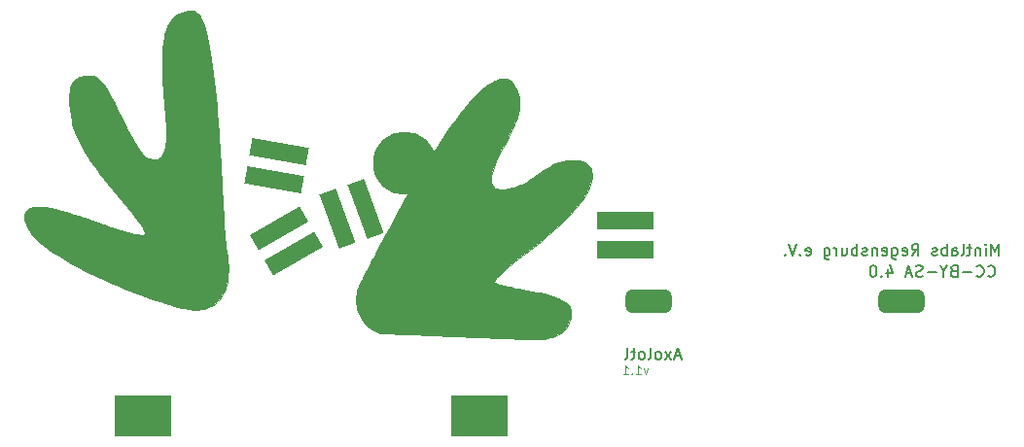
<source format=gbr>
%TF.GenerationSoftware,KiCad,Pcbnew,7.0.1*%
%TF.CreationDate,2023-04-19T20:31:54+02:00*%
%TF.ProjectId,axolotl,61786f6c-6f74-46c2-9e6b-696361645f70,rev?*%
%TF.SameCoordinates,Original*%
%TF.FileFunction,Soldermask,Bot*%
%TF.FilePolarity,Negative*%
%FSLAX46Y46*%
G04 Gerber Fmt 4.6, Leading zero omitted, Abs format (unit mm)*
G04 Created by KiCad (PCBNEW 7.0.1) date 2023-04-19 20:31:54*
%MOMM*%
%LPD*%
G01*
G04 APERTURE LIST*
G04 Aperture macros list*
%AMRoundRect*
0 Rectangle with rounded corners*
0 $1 Rounding radius*
0 $2 $3 $4 $5 $6 $7 $8 $9 X,Y pos of 4 corners*
0 Add a 4 corners polygon primitive as box body*
4,1,4,$2,$3,$4,$5,$6,$7,$8,$9,$2,$3,0*
0 Add four circle primitives for the rounded corners*
1,1,$1+$1,$2,$3*
1,1,$1+$1,$4,$5*
1,1,$1+$1,$6,$7*
1,1,$1+$1,$8,$9*
0 Add four rect primitives between the rounded corners*
20,1,$1+$1,$2,$3,$4,$5,0*
20,1,$1+$1,$4,$5,$6,$7,0*
20,1,$1+$1,$6,$7,$8,$9,0*
20,1,$1+$1,$8,$9,$2,$3,0*%
%AMRotRect*
0 Rectangle, with rotation*
0 The origin of the aperture is its center*
0 $1 length*
0 $2 width*
0 $3 Rotation angle, in degrees counterclockwise*
0 Add horizontal line*
21,1,$1,$2,0,0,$3*%
G04 Aperture macros list end*
%ADD10C,0.150000*%
%ADD11C,0.125000*%
%ADD12C,0.010000*%
%ADD13R,5.000000X3.600000*%
%ADD14RoundRect,0.500000X1.500000X0.500000X-1.500000X0.500000X-1.500000X-0.500000X1.500000X-0.500000X0*%
%ADD15C,5.500000*%
%ADD16RotRect,1.524000X5.000000X80.000000*%
%ADD17RotRect,1.524000X5.000000X20.000000*%
%ADD18RotRect,1.524000X5.000000X300.000000*%
%ADD19R,5.000000X1.524000*%
G04 APERTURE END LIST*
D10*
X160023333Y-60397380D02*
X160070952Y-60445000D01*
X160070952Y-60445000D02*
X160213809Y-60492619D01*
X160213809Y-60492619D02*
X160309047Y-60492619D01*
X160309047Y-60492619D02*
X160451904Y-60445000D01*
X160451904Y-60445000D02*
X160547142Y-60349761D01*
X160547142Y-60349761D02*
X160594761Y-60254523D01*
X160594761Y-60254523D02*
X160642380Y-60064047D01*
X160642380Y-60064047D02*
X160642380Y-59921190D01*
X160642380Y-59921190D02*
X160594761Y-59730714D01*
X160594761Y-59730714D02*
X160547142Y-59635476D01*
X160547142Y-59635476D02*
X160451904Y-59540238D01*
X160451904Y-59540238D02*
X160309047Y-59492619D01*
X160309047Y-59492619D02*
X160213809Y-59492619D01*
X160213809Y-59492619D02*
X160070952Y-59540238D01*
X160070952Y-59540238D02*
X160023333Y-59587857D01*
X159023333Y-60397380D02*
X159070952Y-60445000D01*
X159070952Y-60445000D02*
X159213809Y-60492619D01*
X159213809Y-60492619D02*
X159309047Y-60492619D01*
X159309047Y-60492619D02*
X159451904Y-60445000D01*
X159451904Y-60445000D02*
X159547142Y-60349761D01*
X159547142Y-60349761D02*
X159594761Y-60254523D01*
X159594761Y-60254523D02*
X159642380Y-60064047D01*
X159642380Y-60064047D02*
X159642380Y-59921190D01*
X159642380Y-59921190D02*
X159594761Y-59730714D01*
X159594761Y-59730714D02*
X159547142Y-59635476D01*
X159547142Y-59635476D02*
X159451904Y-59540238D01*
X159451904Y-59540238D02*
X159309047Y-59492619D01*
X159309047Y-59492619D02*
X159213809Y-59492619D01*
X159213809Y-59492619D02*
X159070952Y-59540238D01*
X159070952Y-59540238D02*
X159023333Y-59587857D01*
X158594761Y-60111666D02*
X157832857Y-60111666D01*
X157023333Y-59968809D02*
X156880476Y-60016428D01*
X156880476Y-60016428D02*
X156832857Y-60064047D01*
X156832857Y-60064047D02*
X156785238Y-60159285D01*
X156785238Y-60159285D02*
X156785238Y-60302142D01*
X156785238Y-60302142D02*
X156832857Y-60397380D01*
X156832857Y-60397380D02*
X156880476Y-60445000D01*
X156880476Y-60445000D02*
X156975714Y-60492619D01*
X156975714Y-60492619D02*
X157356666Y-60492619D01*
X157356666Y-60492619D02*
X157356666Y-59492619D01*
X157356666Y-59492619D02*
X157023333Y-59492619D01*
X157023333Y-59492619D02*
X156928095Y-59540238D01*
X156928095Y-59540238D02*
X156880476Y-59587857D01*
X156880476Y-59587857D02*
X156832857Y-59683095D01*
X156832857Y-59683095D02*
X156832857Y-59778333D01*
X156832857Y-59778333D02*
X156880476Y-59873571D01*
X156880476Y-59873571D02*
X156928095Y-59921190D01*
X156928095Y-59921190D02*
X157023333Y-59968809D01*
X157023333Y-59968809D02*
X157356666Y-59968809D01*
X156166190Y-60016428D02*
X156166190Y-60492619D01*
X156499523Y-59492619D02*
X156166190Y-60016428D01*
X156166190Y-60016428D02*
X155832857Y-59492619D01*
X155499523Y-60111666D02*
X154737619Y-60111666D01*
X154309047Y-60445000D02*
X154166190Y-60492619D01*
X154166190Y-60492619D02*
X153928095Y-60492619D01*
X153928095Y-60492619D02*
X153832857Y-60445000D01*
X153832857Y-60445000D02*
X153785238Y-60397380D01*
X153785238Y-60397380D02*
X153737619Y-60302142D01*
X153737619Y-60302142D02*
X153737619Y-60206904D01*
X153737619Y-60206904D02*
X153785238Y-60111666D01*
X153785238Y-60111666D02*
X153832857Y-60064047D01*
X153832857Y-60064047D02*
X153928095Y-60016428D01*
X153928095Y-60016428D02*
X154118571Y-59968809D01*
X154118571Y-59968809D02*
X154213809Y-59921190D01*
X154213809Y-59921190D02*
X154261428Y-59873571D01*
X154261428Y-59873571D02*
X154309047Y-59778333D01*
X154309047Y-59778333D02*
X154309047Y-59683095D01*
X154309047Y-59683095D02*
X154261428Y-59587857D01*
X154261428Y-59587857D02*
X154213809Y-59540238D01*
X154213809Y-59540238D02*
X154118571Y-59492619D01*
X154118571Y-59492619D02*
X153880476Y-59492619D01*
X153880476Y-59492619D02*
X153737619Y-59540238D01*
X153356666Y-60206904D02*
X152880476Y-60206904D01*
X153451904Y-60492619D02*
X153118571Y-59492619D01*
X153118571Y-59492619D02*
X152785238Y-60492619D01*
X151261428Y-59825952D02*
X151261428Y-60492619D01*
X151499523Y-59445000D02*
X151737618Y-60159285D01*
X151737618Y-60159285D02*
X151118571Y-60159285D01*
X150737618Y-60397380D02*
X150689999Y-60445000D01*
X150689999Y-60445000D02*
X150737618Y-60492619D01*
X150737618Y-60492619D02*
X150785237Y-60445000D01*
X150785237Y-60445000D02*
X150737618Y-60397380D01*
X150737618Y-60397380D02*
X150737618Y-60492619D01*
X150070952Y-59492619D02*
X149975714Y-59492619D01*
X149975714Y-59492619D02*
X149880476Y-59540238D01*
X149880476Y-59540238D02*
X149832857Y-59587857D01*
X149832857Y-59587857D02*
X149785238Y-59683095D01*
X149785238Y-59683095D02*
X149737619Y-59873571D01*
X149737619Y-59873571D02*
X149737619Y-60111666D01*
X149737619Y-60111666D02*
X149785238Y-60302142D01*
X149785238Y-60302142D02*
X149832857Y-60397380D01*
X149832857Y-60397380D02*
X149880476Y-60445000D01*
X149880476Y-60445000D02*
X149975714Y-60492619D01*
X149975714Y-60492619D02*
X150070952Y-60492619D01*
X150070952Y-60492619D02*
X150166190Y-60445000D01*
X150166190Y-60445000D02*
X150213809Y-60397380D01*
X150213809Y-60397380D02*
X150261428Y-60302142D01*
X150261428Y-60302142D02*
X150309047Y-60111666D01*
X150309047Y-60111666D02*
X150309047Y-59873571D01*
X150309047Y-59873571D02*
X150261428Y-59683095D01*
X150261428Y-59683095D02*
X150213809Y-59587857D01*
X150213809Y-59587857D02*
X150166190Y-59540238D01*
X150166190Y-59540238D02*
X150070952Y-59492619D01*
X133232143Y-67401904D02*
X132755953Y-67401904D01*
X133327381Y-67687619D02*
X132994048Y-66687619D01*
X132994048Y-66687619D02*
X132660715Y-67687619D01*
X132422619Y-67687619D02*
X131898810Y-67020952D01*
X132422619Y-67020952D02*
X131898810Y-67687619D01*
X131375000Y-67687619D02*
X131470238Y-67640000D01*
X131470238Y-67640000D02*
X131517857Y-67592380D01*
X131517857Y-67592380D02*
X131565476Y-67497142D01*
X131565476Y-67497142D02*
X131565476Y-67211428D01*
X131565476Y-67211428D02*
X131517857Y-67116190D01*
X131517857Y-67116190D02*
X131470238Y-67068571D01*
X131470238Y-67068571D02*
X131375000Y-67020952D01*
X131375000Y-67020952D02*
X131232143Y-67020952D01*
X131232143Y-67020952D02*
X131136905Y-67068571D01*
X131136905Y-67068571D02*
X131089286Y-67116190D01*
X131089286Y-67116190D02*
X131041667Y-67211428D01*
X131041667Y-67211428D02*
X131041667Y-67497142D01*
X131041667Y-67497142D02*
X131089286Y-67592380D01*
X131089286Y-67592380D02*
X131136905Y-67640000D01*
X131136905Y-67640000D02*
X131232143Y-67687619D01*
X131232143Y-67687619D02*
X131375000Y-67687619D01*
X130470238Y-67687619D02*
X130565476Y-67640000D01*
X130565476Y-67640000D02*
X130613095Y-67544761D01*
X130613095Y-67544761D02*
X130613095Y-66687619D01*
X129946428Y-67687619D02*
X130041666Y-67640000D01*
X130041666Y-67640000D02*
X130089285Y-67592380D01*
X130089285Y-67592380D02*
X130136904Y-67497142D01*
X130136904Y-67497142D02*
X130136904Y-67211428D01*
X130136904Y-67211428D02*
X130089285Y-67116190D01*
X130089285Y-67116190D02*
X130041666Y-67068571D01*
X130041666Y-67068571D02*
X129946428Y-67020952D01*
X129946428Y-67020952D02*
X129803571Y-67020952D01*
X129803571Y-67020952D02*
X129708333Y-67068571D01*
X129708333Y-67068571D02*
X129660714Y-67116190D01*
X129660714Y-67116190D02*
X129613095Y-67211428D01*
X129613095Y-67211428D02*
X129613095Y-67497142D01*
X129613095Y-67497142D02*
X129660714Y-67592380D01*
X129660714Y-67592380D02*
X129708333Y-67640000D01*
X129708333Y-67640000D02*
X129803571Y-67687619D01*
X129803571Y-67687619D02*
X129946428Y-67687619D01*
X129327380Y-67020952D02*
X128946428Y-67020952D01*
X129184523Y-66687619D02*
X129184523Y-67544761D01*
X129184523Y-67544761D02*
X129136904Y-67640000D01*
X129136904Y-67640000D02*
X129041666Y-67687619D01*
X129041666Y-67687619D02*
X128946428Y-67687619D01*
X128470237Y-67687619D02*
X128565475Y-67640000D01*
X128565475Y-67640000D02*
X128613094Y-67544761D01*
X128613094Y-67544761D02*
X128613094Y-66687619D01*
X160959524Y-58637619D02*
X160959524Y-57637619D01*
X160959524Y-57637619D02*
X160626191Y-58351904D01*
X160626191Y-58351904D02*
X160292858Y-57637619D01*
X160292858Y-57637619D02*
X160292858Y-58637619D01*
X159816667Y-58637619D02*
X159816667Y-57970952D01*
X159816667Y-57637619D02*
X159864286Y-57685238D01*
X159864286Y-57685238D02*
X159816667Y-57732857D01*
X159816667Y-57732857D02*
X159769048Y-57685238D01*
X159769048Y-57685238D02*
X159816667Y-57637619D01*
X159816667Y-57637619D02*
X159816667Y-57732857D01*
X159340477Y-57970952D02*
X159340477Y-58637619D01*
X159340477Y-58066190D02*
X159292858Y-58018571D01*
X159292858Y-58018571D02*
X159197620Y-57970952D01*
X159197620Y-57970952D02*
X159054763Y-57970952D01*
X159054763Y-57970952D02*
X158959525Y-58018571D01*
X158959525Y-58018571D02*
X158911906Y-58113809D01*
X158911906Y-58113809D02*
X158911906Y-58637619D01*
X158578572Y-57970952D02*
X158197620Y-57970952D01*
X158435715Y-57637619D02*
X158435715Y-58494761D01*
X158435715Y-58494761D02*
X158388096Y-58590000D01*
X158388096Y-58590000D02*
X158292858Y-58637619D01*
X158292858Y-58637619D02*
X158197620Y-58637619D01*
X157721429Y-58637619D02*
X157816667Y-58590000D01*
X157816667Y-58590000D02*
X157864286Y-58494761D01*
X157864286Y-58494761D02*
X157864286Y-57637619D01*
X156911905Y-58637619D02*
X156911905Y-58113809D01*
X156911905Y-58113809D02*
X156959524Y-58018571D01*
X156959524Y-58018571D02*
X157054762Y-57970952D01*
X157054762Y-57970952D02*
X157245238Y-57970952D01*
X157245238Y-57970952D02*
X157340476Y-58018571D01*
X156911905Y-58590000D02*
X157007143Y-58637619D01*
X157007143Y-58637619D02*
X157245238Y-58637619D01*
X157245238Y-58637619D02*
X157340476Y-58590000D01*
X157340476Y-58590000D02*
X157388095Y-58494761D01*
X157388095Y-58494761D02*
X157388095Y-58399523D01*
X157388095Y-58399523D02*
X157340476Y-58304285D01*
X157340476Y-58304285D02*
X157245238Y-58256666D01*
X157245238Y-58256666D02*
X157007143Y-58256666D01*
X157007143Y-58256666D02*
X156911905Y-58209047D01*
X156435714Y-58637619D02*
X156435714Y-57637619D01*
X156435714Y-58018571D02*
X156340476Y-57970952D01*
X156340476Y-57970952D02*
X156150000Y-57970952D01*
X156150000Y-57970952D02*
X156054762Y-58018571D01*
X156054762Y-58018571D02*
X156007143Y-58066190D01*
X156007143Y-58066190D02*
X155959524Y-58161428D01*
X155959524Y-58161428D02*
X155959524Y-58447142D01*
X155959524Y-58447142D02*
X156007143Y-58542380D01*
X156007143Y-58542380D02*
X156054762Y-58590000D01*
X156054762Y-58590000D02*
X156150000Y-58637619D01*
X156150000Y-58637619D02*
X156340476Y-58637619D01*
X156340476Y-58637619D02*
X156435714Y-58590000D01*
X155578571Y-58590000D02*
X155483333Y-58637619D01*
X155483333Y-58637619D02*
X155292857Y-58637619D01*
X155292857Y-58637619D02*
X155197619Y-58590000D01*
X155197619Y-58590000D02*
X155150000Y-58494761D01*
X155150000Y-58494761D02*
X155150000Y-58447142D01*
X155150000Y-58447142D02*
X155197619Y-58351904D01*
X155197619Y-58351904D02*
X155292857Y-58304285D01*
X155292857Y-58304285D02*
X155435714Y-58304285D01*
X155435714Y-58304285D02*
X155530952Y-58256666D01*
X155530952Y-58256666D02*
X155578571Y-58161428D01*
X155578571Y-58161428D02*
X155578571Y-58113809D01*
X155578571Y-58113809D02*
X155530952Y-58018571D01*
X155530952Y-58018571D02*
X155435714Y-57970952D01*
X155435714Y-57970952D02*
X155292857Y-57970952D01*
X155292857Y-57970952D02*
X155197619Y-58018571D01*
X153388095Y-58637619D02*
X153721428Y-58161428D01*
X153959523Y-58637619D02*
X153959523Y-57637619D01*
X153959523Y-57637619D02*
X153578571Y-57637619D01*
X153578571Y-57637619D02*
X153483333Y-57685238D01*
X153483333Y-57685238D02*
X153435714Y-57732857D01*
X153435714Y-57732857D02*
X153388095Y-57828095D01*
X153388095Y-57828095D02*
X153388095Y-57970952D01*
X153388095Y-57970952D02*
X153435714Y-58066190D01*
X153435714Y-58066190D02*
X153483333Y-58113809D01*
X153483333Y-58113809D02*
X153578571Y-58161428D01*
X153578571Y-58161428D02*
X153959523Y-58161428D01*
X152578571Y-58590000D02*
X152673809Y-58637619D01*
X152673809Y-58637619D02*
X152864285Y-58637619D01*
X152864285Y-58637619D02*
X152959523Y-58590000D01*
X152959523Y-58590000D02*
X153007142Y-58494761D01*
X153007142Y-58494761D02*
X153007142Y-58113809D01*
X153007142Y-58113809D02*
X152959523Y-58018571D01*
X152959523Y-58018571D02*
X152864285Y-57970952D01*
X152864285Y-57970952D02*
X152673809Y-57970952D01*
X152673809Y-57970952D02*
X152578571Y-58018571D01*
X152578571Y-58018571D02*
X152530952Y-58113809D01*
X152530952Y-58113809D02*
X152530952Y-58209047D01*
X152530952Y-58209047D02*
X153007142Y-58304285D01*
X151673809Y-57970952D02*
X151673809Y-58780476D01*
X151673809Y-58780476D02*
X151721428Y-58875714D01*
X151721428Y-58875714D02*
X151769047Y-58923333D01*
X151769047Y-58923333D02*
X151864285Y-58970952D01*
X151864285Y-58970952D02*
X152007142Y-58970952D01*
X152007142Y-58970952D02*
X152102380Y-58923333D01*
X151673809Y-58590000D02*
X151769047Y-58637619D01*
X151769047Y-58637619D02*
X151959523Y-58637619D01*
X151959523Y-58637619D02*
X152054761Y-58590000D01*
X152054761Y-58590000D02*
X152102380Y-58542380D01*
X152102380Y-58542380D02*
X152149999Y-58447142D01*
X152149999Y-58447142D02*
X152149999Y-58161428D01*
X152149999Y-58161428D02*
X152102380Y-58066190D01*
X152102380Y-58066190D02*
X152054761Y-58018571D01*
X152054761Y-58018571D02*
X151959523Y-57970952D01*
X151959523Y-57970952D02*
X151769047Y-57970952D01*
X151769047Y-57970952D02*
X151673809Y-58018571D01*
X150816666Y-58590000D02*
X150911904Y-58637619D01*
X150911904Y-58637619D02*
X151102380Y-58637619D01*
X151102380Y-58637619D02*
X151197618Y-58590000D01*
X151197618Y-58590000D02*
X151245237Y-58494761D01*
X151245237Y-58494761D02*
X151245237Y-58113809D01*
X151245237Y-58113809D02*
X151197618Y-58018571D01*
X151197618Y-58018571D02*
X151102380Y-57970952D01*
X151102380Y-57970952D02*
X150911904Y-57970952D01*
X150911904Y-57970952D02*
X150816666Y-58018571D01*
X150816666Y-58018571D02*
X150769047Y-58113809D01*
X150769047Y-58113809D02*
X150769047Y-58209047D01*
X150769047Y-58209047D02*
X151245237Y-58304285D01*
X150340475Y-57970952D02*
X150340475Y-58637619D01*
X150340475Y-58066190D02*
X150292856Y-58018571D01*
X150292856Y-58018571D02*
X150197618Y-57970952D01*
X150197618Y-57970952D02*
X150054761Y-57970952D01*
X150054761Y-57970952D02*
X149959523Y-58018571D01*
X149959523Y-58018571D02*
X149911904Y-58113809D01*
X149911904Y-58113809D02*
X149911904Y-58637619D01*
X149483332Y-58590000D02*
X149388094Y-58637619D01*
X149388094Y-58637619D02*
X149197618Y-58637619D01*
X149197618Y-58637619D02*
X149102380Y-58590000D01*
X149102380Y-58590000D02*
X149054761Y-58494761D01*
X149054761Y-58494761D02*
X149054761Y-58447142D01*
X149054761Y-58447142D02*
X149102380Y-58351904D01*
X149102380Y-58351904D02*
X149197618Y-58304285D01*
X149197618Y-58304285D02*
X149340475Y-58304285D01*
X149340475Y-58304285D02*
X149435713Y-58256666D01*
X149435713Y-58256666D02*
X149483332Y-58161428D01*
X149483332Y-58161428D02*
X149483332Y-58113809D01*
X149483332Y-58113809D02*
X149435713Y-58018571D01*
X149435713Y-58018571D02*
X149340475Y-57970952D01*
X149340475Y-57970952D02*
X149197618Y-57970952D01*
X149197618Y-57970952D02*
X149102380Y-58018571D01*
X148626189Y-58637619D02*
X148626189Y-57637619D01*
X148626189Y-58018571D02*
X148530951Y-57970952D01*
X148530951Y-57970952D02*
X148340475Y-57970952D01*
X148340475Y-57970952D02*
X148245237Y-58018571D01*
X148245237Y-58018571D02*
X148197618Y-58066190D01*
X148197618Y-58066190D02*
X148149999Y-58161428D01*
X148149999Y-58161428D02*
X148149999Y-58447142D01*
X148149999Y-58447142D02*
X148197618Y-58542380D01*
X148197618Y-58542380D02*
X148245237Y-58590000D01*
X148245237Y-58590000D02*
X148340475Y-58637619D01*
X148340475Y-58637619D02*
X148530951Y-58637619D01*
X148530951Y-58637619D02*
X148626189Y-58590000D01*
X147292856Y-57970952D02*
X147292856Y-58637619D01*
X147721427Y-57970952D02*
X147721427Y-58494761D01*
X147721427Y-58494761D02*
X147673808Y-58590000D01*
X147673808Y-58590000D02*
X147578570Y-58637619D01*
X147578570Y-58637619D02*
X147435713Y-58637619D01*
X147435713Y-58637619D02*
X147340475Y-58590000D01*
X147340475Y-58590000D02*
X147292856Y-58542380D01*
X146816665Y-58637619D02*
X146816665Y-57970952D01*
X146816665Y-58161428D02*
X146769046Y-58066190D01*
X146769046Y-58066190D02*
X146721427Y-58018571D01*
X146721427Y-58018571D02*
X146626189Y-57970952D01*
X146626189Y-57970952D02*
X146530951Y-57970952D01*
X145769046Y-57970952D02*
X145769046Y-58780476D01*
X145769046Y-58780476D02*
X145816665Y-58875714D01*
X145816665Y-58875714D02*
X145864284Y-58923333D01*
X145864284Y-58923333D02*
X145959522Y-58970952D01*
X145959522Y-58970952D02*
X146102379Y-58970952D01*
X146102379Y-58970952D02*
X146197617Y-58923333D01*
X145769046Y-58590000D02*
X145864284Y-58637619D01*
X145864284Y-58637619D02*
X146054760Y-58637619D01*
X146054760Y-58637619D02*
X146149998Y-58590000D01*
X146149998Y-58590000D02*
X146197617Y-58542380D01*
X146197617Y-58542380D02*
X146245236Y-58447142D01*
X146245236Y-58447142D02*
X146245236Y-58161428D01*
X146245236Y-58161428D02*
X146197617Y-58066190D01*
X146197617Y-58066190D02*
X146149998Y-58018571D01*
X146149998Y-58018571D02*
X146054760Y-57970952D01*
X146054760Y-57970952D02*
X145864284Y-57970952D01*
X145864284Y-57970952D02*
X145769046Y-58018571D01*
X144149998Y-58590000D02*
X144245236Y-58637619D01*
X144245236Y-58637619D02*
X144435712Y-58637619D01*
X144435712Y-58637619D02*
X144530950Y-58590000D01*
X144530950Y-58590000D02*
X144578569Y-58494761D01*
X144578569Y-58494761D02*
X144578569Y-58113809D01*
X144578569Y-58113809D02*
X144530950Y-58018571D01*
X144530950Y-58018571D02*
X144435712Y-57970952D01*
X144435712Y-57970952D02*
X144245236Y-57970952D01*
X144245236Y-57970952D02*
X144149998Y-58018571D01*
X144149998Y-58018571D02*
X144102379Y-58113809D01*
X144102379Y-58113809D02*
X144102379Y-58209047D01*
X144102379Y-58209047D02*
X144578569Y-58304285D01*
X143673807Y-58542380D02*
X143626188Y-58590000D01*
X143626188Y-58590000D02*
X143673807Y-58637619D01*
X143673807Y-58637619D02*
X143721426Y-58590000D01*
X143721426Y-58590000D02*
X143673807Y-58542380D01*
X143673807Y-58542380D02*
X143673807Y-58637619D01*
X143340474Y-57637619D02*
X143007141Y-58637619D01*
X143007141Y-58637619D02*
X142673808Y-57637619D01*
X142340474Y-58542380D02*
X142292855Y-58590000D01*
X142292855Y-58590000D02*
X142340474Y-58637619D01*
X142340474Y-58637619D02*
X142388093Y-58590000D01*
X142388093Y-58590000D02*
X142340474Y-58542380D01*
X142340474Y-58542380D02*
X142340474Y-58637619D01*
D11*
X130371429Y-68496964D02*
X130192857Y-68996964D01*
X130192857Y-68996964D02*
X130014286Y-68496964D01*
X129335714Y-68996964D02*
X129764285Y-68996964D01*
X129550000Y-68996964D02*
X129550000Y-68246964D01*
X129550000Y-68246964D02*
X129621428Y-68354107D01*
X129621428Y-68354107D02*
X129692857Y-68425535D01*
X129692857Y-68425535D02*
X129764285Y-68461250D01*
X129014285Y-68925535D02*
X128978571Y-68961250D01*
X128978571Y-68961250D02*
X129014285Y-68996964D01*
X129014285Y-68996964D02*
X129049999Y-68961250D01*
X129049999Y-68961250D02*
X129014285Y-68925535D01*
X129014285Y-68925535D02*
X129014285Y-68996964D01*
X128264285Y-68996964D02*
X128692856Y-68996964D01*
X128478571Y-68996964D02*
X128478571Y-68246964D01*
X128478571Y-68246964D02*
X128549999Y-68354107D01*
X128549999Y-68354107D02*
X128621428Y-68425535D01*
X128621428Y-68425535D02*
X128692856Y-68461250D01*
%TO.C,Ref\u002A\u002A*%
D12*
X117933675Y-43229017D02*
X118020538Y-43231928D01*
X118088597Y-43239220D01*
X118149607Y-43252488D01*
X118215323Y-43273329D01*
X118258838Y-43289005D01*
X118352067Y-43327616D01*
X118430567Y-43372037D01*
X118501296Y-43428725D01*
X118571208Y-43504137D01*
X118647259Y-43604728D01*
X118728655Y-43725105D01*
X118903755Y-44023886D01*
X119040539Y-44329516D01*
X119142951Y-44651383D01*
X119175953Y-44790378D01*
X119189644Y-44864123D01*
X119199702Y-44945402D01*
X119206566Y-45041764D01*
X119210679Y-45160759D01*
X119212481Y-45309936D01*
X119212635Y-45418167D01*
X119211993Y-45575082D01*
X119210052Y-45698819D01*
X119206072Y-45798527D01*
X119199314Y-45883356D01*
X119189038Y-45962457D01*
X119174506Y-46044981D01*
X119154977Y-46140077D01*
X119153886Y-46145186D01*
X119114314Y-46319692D01*
X119070664Y-46489736D01*
X119021508Y-46658505D01*
X118965416Y-46829192D01*
X118900961Y-47004986D01*
X118826714Y-47189077D01*
X118741246Y-47384657D01*
X118643128Y-47594914D01*
X118530932Y-47823039D01*
X118403230Y-48072222D01*
X118258593Y-48345655D01*
X118095591Y-48646526D01*
X117912798Y-48978026D01*
X117773332Y-49228167D01*
X117641295Y-49466236D01*
X117528391Y-49674915D01*
X117431411Y-49860769D01*
X117347147Y-50030364D01*
X117272389Y-50190266D01*
X117203928Y-50347042D01*
X117138556Y-50507258D01*
X117100923Y-50604000D01*
X116990129Y-50908925D01*
X116903214Y-51184168D01*
X116839166Y-51434291D01*
X116796975Y-51663857D01*
X116775629Y-51877427D01*
X116774100Y-52079086D01*
X116781905Y-52218817D01*
X116793966Y-52326071D01*
X116812614Y-52410658D01*
X116840184Y-52482392D01*
X116879008Y-52551085D01*
X116890468Y-52568520D01*
X116993458Y-52686065D01*
X117126236Y-52775988D01*
X117289219Y-52838352D01*
X117482822Y-52873221D01*
X117707461Y-52880657D01*
X117963552Y-52860726D01*
X118251512Y-52813489D01*
X118353865Y-52791862D01*
X118531950Y-52748827D01*
X118722330Y-52696656D01*
X118917740Y-52637843D01*
X119110918Y-52574884D01*
X119294602Y-52510273D01*
X119461527Y-52446504D01*
X119604432Y-52386071D01*
X119716053Y-52331470D01*
X119748739Y-52312779D01*
X119792232Y-52284519D01*
X119865246Y-52234867D01*
X119962965Y-52167191D01*
X120080575Y-52084859D01*
X120213259Y-51991240D01*
X120356202Y-51889702D01*
X120479048Y-51801924D01*
X120734071Y-51620148D01*
X120959091Y-51461865D01*
X121157629Y-51324720D01*
X121333207Y-51206359D01*
X121489347Y-51104425D01*
X121629572Y-51016564D01*
X121757402Y-50940421D01*
X121823746Y-50902658D01*
X122205483Y-50711025D01*
X122592073Y-50560343D01*
X122982203Y-50451031D01*
X123374558Y-50383509D01*
X123488917Y-50371773D01*
X123616755Y-50360277D01*
X123756182Y-50347127D01*
X123886799Y-50334275D01*
X123956019Y-50327140D01*
X124210074Y-50318148D01*
X124451058Y-50344785D01*
X124675873Y-50405079D01*
X124881416Y-50497062D01*
X125064588Y-50618763D01*
X125222287Y-50768213D01*
X125351414Y-50943440D01*
X125448866Y-51142476D01*
X125499709Y-51307904D01*
X125515305Y-51403975D01*
X125525547Y-51528853D01*
X125530268Y-51669332D01*
X125529303Y-51812204D01*
X125522485Y-51944263D01*
X125509648Y-52052301D01*
X125509117Y-52055321D01*
X125464981Y-52247120D01*
X125398191Y-52462036D01*
X125312577Y-52690159D01*
X125211973Y-52921580D01*
X125100209Y-53146392D01*
X125055823Y-53227645D01*
X124882229Y-53520300D01*
X124690564Y-53810791D01*
X124477761Y-54102962D01*
X124240753Y-54400652D01*
X123976474Y-54707702D01*
X123681857Y-55027954D01*
X123353835Y-55365249D01*
X123330608Y-55388531D01*
X123147179Y-55570140D01*
X122961750Y-55749537D01*
X122771951Y-55928727D01*
X122575411Y-56109716D01*
X122369761Y-56294507D01*
X122152630Y-56485105D01*
X121921649Y-56683515D01*
X121674446Y-56891741D01*
X121408651Y-57111787D01*
X121121895Y-57345658D01*
X120811807Y-57595359D01*
X120476018Y-57862893D01*
X120112155Y-58150267D01*
X119717851Y-58459483D01*
X119477833Y-58646851D01*
X119128350Y-58920619D01*
X118811953Y-59171440D01*
X118527111Y-59400733D01*
X118272292Y-59609918D01*
X118045967Y-59800416D01*
X117846604Y-59973648D01*
X117672673Y-60131032D01*
X117522643Y-60273990D01*
X117394982Y-60403941D01*
X117288160Y-60522306D01*
X117200647Y-60630506D01*
X117130911Y-60729959D01*
X117077421Y-60822087D01*
X117038647Y-60908311D01*
X117037772Y-60910618D01*
X117027046Y-60946732D01*
X117028738Y-60976148D01*
X117047725Y-61002135D01*
X117088887Y-61027961D01*
X117157104Y-61056898D01*
X117257255Y-61092214D01*
X117358635Y-61125628D01*
X117468017Y-61160382D01*
X117578297Y-61193522D01*
X117692810Y-61225772D01*
X117814892Y-61257854D01*
X117947878Y-61290489D01*
X118095105Y-61324402D01*
X118259908Y-61360314D01*
X118445623Y-61398948D01*
X118655585Y-61441027D01*
X118893131Y-61487273D01*
X119161595Y-61538409D01*
X119464315Y-61595157D01*
X119804625Y-61658240D01*
X119890583Y-61674093D01*
X120311110Y-61753559D01*
X120692835Y-61830031D01*
X121039107Y-61904440D01*
X121353276Y-61977721D01*
X121638690Y-62050807D01*
X121898699Y-62124630D01*
X122136651Y-62200124D01*
X122355896Y-62278222D01*
X122559782Y-62359857D01*
X122751658Y-62445962D01*
X122871179Y-62504594D01*
X123062075Y-62609514D01*
X123238200Y-62722084D01*
X123391349Y-62836560D01*
X123513314Y-62947197D01*
X123532444Y-62967484D01*
X123571798Y-63013055D01*
X123599426Y-63055081D01*
X123619736Y-63104612D01*
X123637132Y-63172697D01*
X123656022Y-63270387D01*
X123658343Y-63283207D01*
X123685041Y-63480653D01*
X123697635Y-63689956D01*
X123696221Y-63898204D01*
X123680895Y-64092486D01*
X123651753Y-64259889D01*
X123651029Y-64262878D01*
X123564827Y-64531397D01*
X123442728Y-64777774D01*
X123285063Y-65001769D01*
X123092163Y-65203143D01*
X122864357Y-65381657D01*
X122601977Y-65537071D01*
X122305352Y-65669145D01*
X121974812Y-65777640D01*
X121610690Y-65862317D01*
X121393417Y-65899068D01*
X121299438Y-65911216D01*
X121194554Y-65921114D01*
X121076144Y-65928740D01*
X120941584Y-65934072D01*
X120788253Y-65937089D01*
X120613529Y-65937769D01*
X120414789Y-65936091D01*
X120189412Y-65932033D01*
X119934776Y-65925574D01*
X119648258Y-65916692D01*
X119327237Y-65905365D01*
X118969090Y-65891573D01*
X118588833Y-65876031D01*
X118366159Y-65866747D01*
X118137597Y-65857267D01*
X117901350Y-65847519D01*
X117655624Y-65837432D01*
X117398623Y-65826933D01*
X117128551Y-65815952D01*
X116843613Y-65804416D01*
X116542013Y-65792253D01*
X116221955Y-65779393D01*
X115881644Y-65765763D01*
X115519285Y-65751292D01*
X115133081Y-65735909D01*
X114721237Y-65719540D01*
X114281958Y-65702115D01*
X113813448Y-65683562D01*
X113313911Y-65663810D01*
X112781552Y-65642786D01*
X112214575Y-65620419D01*
X111611185Y-65596637D01*
X110969585Y-65571369D01*
X110287981Y-65544543D01*
X110090417Y-65536771D01*
X109690239Y-65521014D01*
X109330068Y-65506782D01*
X109007607Y-65493957D01*
X108720561Y-65482418D01*
X108466635Y-65472044D01*
X108243533Y-65462715D01*
X108048961Y-65454312D01*
X107880621Y-65446715D01*
X107736220Y-65439803D01*
X107613462Y-65433455D01*
X107510050Y-65427553D01*
X107423691Y-65421976D01*
X107352088Y-65416604D01*
X107292947Y-65411316D01*
X107243971Y-65405993D01*
X107202865Y-65400515D01*
X107167334Y-65394761D01*
X107135083Y-65388612D01*
X107103816Y-65381947D01*
X107095333Y-65380063D01*
X106790709Y-65290771D01*
X106502837Y-65163349D01*
X106233471Y-64999254D01*
X105984360Y-64799941D01*
X105757258Y-64566868D01*
X105553916Y-64301489D01*
X105376084Y-64005263D01*
X105328030Y-63910717D01*
X105200741Y-63621553D01*
X105106852Y-63339881D01*
X105044278Y-63055722D01*
X105010932Y-62759095D01*
X105004729Y-62440020D01*
X105006560Y-62372667D01*
X105016230Y-62176956D01*
X105031992Y-62010468D01*
X105056000Y-61860275D01*
X105090409Y-61713451D01*
X105137372Y-61557068D01*
X105147627Y-61526000D01*
X105169841Y-61470734D01*
X105211545Y-61379238D01*
X105272196Y-61252574D01*
X105351251Y-61091806D01*
X105448168Y-60897995D01*
X105562403Y-60672205D01*
X105693413Y-60415498D01*
X105840655Y-60128937D01*
X106003587Y-59813585D01*
X106181664Y-59470504D01*
X106374345Y-59100758D01*
X106581085Y-58705408D01*
X106801343Y-58285518D01*
X106878172Y-58139333D01*
X107446772Y-57065796D01*
X108002450Y-56032537D01*
X108545223Y-55039526D01*
X109075111Y-54086735D01*
X109592133Y-53174134D01*
X110096308Y-52301696D01*
X110587655Y-51469391D01*
X111066193Y-50677189D01*
X111531941Y-49925063D01*
X111984919Y-49212982D01*
X112425144Y-48540920D01*
X112852636Y-47908845D01*
X113267414Y-47316730D01*
X113669497Y-46764545D01*
X114058904Y-46252261D01*
X114435655Y-45779851D01*
X114799767Y-45347284D01*
X115151261Y-44954532D01*
X115490154Y-44601565D01*
X115816467Y-44288356D01*
X116130217Y-44014874D01*
X116192332Y-43964241D01*
X116501731Y-43732318D01*
X116803033Y-43541499D01*
X117096815Y-43391452D01*
X117361167Y-43289060D01*
X117444148Y-43263661D01*
X117516765Y-43246647D01*
X117591822Y-43236324D01*
X117682125Y-43231001D01*
X117800480Y-43228984D01*
X117816250Y-43228889D01*
X117933675Y-43229017D01*
G36*
X117933675Y-43229017D02*
G01*
X118020538Y-43231928D01*
X118088597Y-43239220D01*
X118149607Y-43252488D01*
X118215323Y-43273329D01*
X118258838Y-43289005D01*
X118352067Y-43327616D01*
X118430567Y-43372037D01*
X118501296Y-43428725D01*
X118571208Y-43504137D01*
X118647259Y-43604728D01*
X118728655Y-43725105D01*
X118903755Y-44023886D01*
X119040539Y-44329516D01*
X119142951Y-44651383D01*
X119175953Y-44790378D01*
X119189644Y-44864123D01*
X119199702Y-44945402D01*
X119206566Y-45041764D01*
X119210679Y-45160759D01*
X119212481Y-45309936D01*
X119212635Y-45418167D01*
X119211993Y-45575082D01*
X119210052Y-45698819D01*
X119206072Y-45798527D01*
X119199314Y-45883356D01*
X119189038Y-45962457D01*
X119174506Y-46044981D01*
X119154977Y-46140077D01*
X119153886Y-46145186D01*
X119114314Y-46319692D01*
X119070664Y-46489736D01*
X119021508Y-46658505D01*
X118965416Y-46829192D01*
X118900961Y-47004986D01*
X118826714Y-47189077D01*
X118741246Y-47384657D01*
X118643128Y-47594914D01*
X118530932Y-47823039D01*
X118403230Y-48072222D01*
X118258593Y-48345655D01*
X118095591Y-48646526D01*
X117912798Y-48978026D01*
X117773332Y-49228167D01*
X117641295Y-49466236D01*
X117528391Y-49674915D01*
X117431411Y-49860769D01*
X117347147Y-50030364D01*
X117272389Y-50190266D01*
X117203928Y-50347042D01*
X117138556Y-50507258D01*
X117100923Y-50604000D01*
X116990129Y-50908925D01*
X116903214Y-51184168D01*
X116839166Y-51434291D01*
X116796975Y-51663857D01*
X116775629Y-51877427D01*
X116774100Y-52079086D01*
X116781905Y-52218817D01*
X116793966Y-52326071D01*
X116812614Y-52410658D01*
X116840184Y-52482392D01*
X116879008Y-52551085D01*
X116890468Y-52568520D01*
X116993458Y-52686065D01*
X117126236Y-52775988D01*
X117289219Y-52838352D01*
X117482822Y-52873221D01*
X117707461Y-52880657D01*
X117963552Y-52860726D01*
X118251512Y-52813489D01*
X118353865Y-52791862D01*
X118531950Y-52748827D01*
X118722330Y-52696656D01*
X118917740Y-52637843D01*
X119110918Y-52574884D01*
X119294602Y-52510273D01*
X119461527Y-52446504D01*
X119604432Y-52386071D01*
X119716053Y-52331470D01*
X119748739Y-52312779D01*
X119792232Y-52284519D01*
X119865246Y-52234867D01*
X119962965Y-52167191D01*
X120080575Y-52084859D01*
X120213259Y-51991240D01*
X120356202Y-51889702D01*
X120479048Y-51801924D01*
X120734071Y-51620148D01*
X120959091Y-51461865D01*
X121157629Y-51324720D01*
X121333207Y-51206359D01*
X121489347Y-51104425D01*
X121629572Y-51016564D01*
X121757402Y-50940421D01*
X121823746Y-50902658D01*
X122205483Y-50711025D01*
X122592073Y-50560343D01*
X122982203Y-50451031D01*
X123374558Y-50383509D01*
X123488917Y-50371773D01*
X123616755Y-50360277D01*
X123756182Y-50347127D01*
X123886799Y-50334275D01*
X123956019Y-50327140D01*
X124210074Y-50318148D01*
X124451058Y-50344785D01*
X124675873Y-50405079D01*
X124881416Y-50497062D01*
X125064588Y-50618763D01*
X125222287Y-50768213D01*
X125351414Y-50943440D01*
X125448866Y-51142476D01*
X125499709Y-51307904D01*
X125515305Y-51403975D01*
X125525547Y-51528853D01*
X125530268Y-51669332D01*
X125529303Y-51812204D01*
X125522485Y-51944263D01*
X125509648Y-52052301D01*
X125509117Y-52055321D01*
X125464981Y-52247120D01*
X125398191Y-52462036D01*
X125312577Y-52690159D01*
X125211973Y-52921580D01*
X125100209Y-53146392D01*
X125055823Y-53227645D01*
X124882229Y-53520300D01*
X124690564Y-53810791D01*
X124477761Y-54102962D01*
X124240753Y-54400652D01*
X123976474Y-54707702D01*
X123681857Y-55027954D01*
X123353835Y-55365249D01*
X123330608Y-55388531D01*
X123147179Y-55570140D01*
X122961750Y-55749537D01*
X122771951Y-55928727D01*
X122575411Y-56109716D01*
X122369761Y-56294507D01*
X122152630Y-56485105D01*
X121921649Y-56683515D01*
X121674446Y-56891741D01*
X121408651Y-57111787D01*
X121121895Y-57345658D01*
X120811807Y-57595359D01*
X120476018Y-57862893D01*
X120112155Y-58150267D01*
X119717851Y-58459483D01*
X119477833Y-58646851D01*
X119128350Y-58920619D01*
X118811953Y-59171440D01*
X118527111Y-59400733D01*
X118272292Y-59609918D01*
X118045967Y-59800416D01*
X117846604Y-59973648D01*
X117672673Y-60131032D01*
X117522643Y-60273990D01*
X117394982Y-60403941D01*
X117288160Y-60522306D01*
X117200647Y-60630506D01*
X117130911Y-60729959D01*
X117077421Y-60822087D01*
X117038647Y-60908311D01*
X117037772Y-60910618D01*
X117027046Y-60946732D01*
X117028738Y-60976148D01*
X117047725Y-61002135D01*
X117088887Y-61027961D01*
X117157104Y-61056898D01*
X117257255Y-61092214D01*
X117358635Y-61125628D01*
X117468017Y-61160382D01*
X117578297Y-61193522D01*
X117692810Y-61225772D01*
X117814892Y-61257854D01*
X117947878Y-61290489D01*
X118095105Y-61324402D01*
X118259908Y-61360314D01*
X118445623Y-61398948D01*
X118655585Y-61441027D01*
X118893131Y-61487273D01*
X119161595Y-61538409D01*
X119464315Y-61595157D01*
X119804625Y-61658240D01*
X119890583Y-61674093D01*
X120311110Y-61753559D01*
X120692835Y-61830031D01*
X121039107Y-61904440D01*
X121353276Y-61977721D01*
X121638690Y-62050807D01*
X121898699Y-62124630D01*
X122136651Y-62200124D01*
X122355896Y-62278222D01*
X122559782Y-62359857D01*
X122751658Y-62445962D01*
X122871179Y-62504594D01*
X123062075Y-62609514D01*
X123238200Y-62722084D01*
X123391349Y-62836560D01*
X123513314Y-62947197D01*
X123532444Y-62967484D01*
X123571798Y-63013055D01*
X123599426Y-63055081D01*
X123619736Y-63104612D01*
X123637132Y-63172697D01*
X123656022Y-63270387D01*
X123658343Y-63283207D01*
X123685041Y-63480653D01*
X123697635Y-63689956D01*
X123696221Y-63898204D01*
X123680895Y-64092486D01*
X123651753Y-64259889D01*
X123651029Y-64262878D01*
X123564827Y-64531397D01*
X123442728Y-64777774D01*
X123285063Y-65001769D01*
X123092163Y-65203143D01*
X122864357Y-65381657D01*
X122601977Y-65537071D01*
X122305352Y-65669145D01*
X121974812Y-65777640D01*
X121610690Y-65862317D01*
X121393417Y-65899068D01*
X121299438Y-65911216D01*
X121194554Y-65921114D01*
X121076144Y-65928740D01*
X120941584Y-65934072D01*
X120788253Y-65937089D01*
X120613529Y-65937769D01*
X120414789Y-65936091D01*
X120189412Y-65932033D01*
X119934776Y-65925574D01*
X119648258Y-65916692D01*
X119327237Y-65905365D01*
X118969090Y-65891573D01*
X118588833Y-65876031D01*
X118366159Y-65866747D01*
X118137597Y-65857267D01*
X117901350Y-65847519D01*
X117655624Y-65837432D01*
X117398623Y-65826933D01*
X117128551Y-65815952D01*
X116843613Y-65804416D01*
X116542013Y-65792253D01*
X116221955Y-65779393D01*
X115881644Y-65765763D01*
X115519285Y-65751292D01*
X115133081Y-65735909D01*
X114721237Y-65719540D01*
X114281958Y-65702115D01*
X113813448Y-65683562D01*
X113313911Y-65663810D01*
X112781552Y-65642786D01*
X112214575Y-65620419D01*
X111611185Y-65596637D01*
X110969585Y-65571369D01*
X110287981Y-65544543D01*
X110090417Y-65536771D01*
X109690239Y-65521014D01*
X109330068Y-65506782D01*
X109007607Y-65493957D01*
X108720561Y-65482418D01*
X108466635Y-65472044D01*
X108243533Y-65462715D01*
X108048961Y-65454312D01*
X107880621Y-65446715D01*
X107736220Y-65439803D01*
X107613462Y-65433455D01*
X107510050Y-65427553D01*
X107423691Y-65421976D01*
X107352088Y-65416604D01*
X107292947Y-65411316D01*
X107243971Y-65405993D01*
X107202865Y-65400515D01*
X107167334Y-65394761D01*
X107135083Y-65388612D01*
X107103816Y-65381947D01*
X107095333Y-65380063D01*
X106790709Y-65290771D01*
X106502837Y-65163349D01*
X106233471Y-64999254D01*
X105984360Y-64799941D01*
X105757258Y-64566868D01*
X105553916Y-64301489D01*
X105376084Y-64005263D01*
X105328030Y-63910717D01*
X105200741Y-63621553D01*
X105106852Y-63339881D01*
X105044278Y-63055722D01*
X105010932Y-62759095D01*
X105004729Y-62440020D01*
X105006560Y-62372667D01*
X105016230Y-62176956D01*
X105031992Y-62010468D01*
X105056000Y-61860275D01*
X105090409Y-61713451D01*
X105137372Y-61557068D01*
X105147627Y-61526000D01*
X105169841Y-61470734D01*
X105211545Y-61379238D01*
X105272196Y-61252574D01*
X105351251Y-61091806D01*
X105448168Y-60897995D01*
X105562403Y-60672205D01*
X105693413Y-60415498D01*
X105840655Y-60128937D01*
X106003587Y-59813585D01*
X106181664Y-59470504D01*
X106374345Y-59100758D01*
X106581085Y-58705408D01*
X106801343Y-58285518D01*
X106878172Y-58139333D01*
X107446772Y-57065796D01*
X108002450Y-56032537D01*
X108545223Y-55039526D01*
X109075111Y-54086735D01*
X109592133Y-53174134D01*
X110096308Y-52301696D01*
X110587655Y-51469391D01*
X111066193Y-50677189D01*
X111531941Y-49925063D01*
X111984919Y-49212982D01*
X112425144Y-48540920D01*
X112852636Y-47908845D01*
X113267414Y-47316730D01*
X113669497Y-46764545D01*
X114058904Y-46252261D01*
X114435655Y-45779851D01*
X114799767Y-45347284D01*
X115151261Y-44954532D01*
X115490154Y-44601565D01*
X115816467Y-44288356D01*
X116130217Y-44014874D01*
X116192332Y-43964241D01*
X116501731Y-43732318D01*
X116803033Y-43541499D01*
X117096815Y-43391452D01*
X117361167Y-43289060D01*
X117444148Y-43263661D01*
X117516765Y-43246647D01*
X117591822Y-43236324D01*
X117682125Y-43231001D01*
X117800480Y-43228984D01*
X117816250Y-43228889D01*
X117933675Y-43229017D01*
G37*
X90770471Y-37300969D02*
X90894400Y-37324566D01*
X91004207Y-37370361D01*
X91108447Y-37440936D01*
X91215675Y-37538870D01*
X91220333Y-37543581D01*
X91336977Y-37680788D01*
X91450154Y-37852374D01*
X91559943Y-38058772D01*
X91666426Y-38300411D01*
X91769684Y-38577723D01*
X91869798Y-38891140D01*
X91966847Y-39241091D01*
X92060914Y-39628008D01*
X92152079Y-40052322D01*
X92240422Y-40514464D01*
X92326024Y-41014865D01*
X92408967Y-41553955D01*
X92489330Y-42132167D01*
X92567196Y-42749930D01*
X92642644Y-43407676D01*
X92715755Y-44105836D01*
X92786610Y-44844840D01*
X92855290Y-45625121D01*
X92921876Y-46447108D01*
X92944425Y-46741083D01*
X92967266Y-47047445D01*
X92989839Y-47359459D01*
X93012316Y-47679927D01*
X93034869Y-48011648D01*
X93057669Y-48357424D01*
X93080890Y-48720054D01*
X93104702Y-49102338D01*
X93129277Y-49507077D01*
X93154789Y-49937071D01*
X93181408Y-50395121D01*
X93209308Y-50884026D01*
X93238659Y-51406588D01*
X93269633Y-51965606D01*
X93302403Y-52563881D01*
X93305179Y-52614833D01*
X93334975Y-53160113D01*
X93362811Y-53665129D01*
X93388838Y-54131902D01*
X93413207Y-54562448D01*
X93436071Y-54958787D01*
X93457581Y-55322935D01*
X93477888Y-55656912D01*
X93497144Y-55962735D01*
X93515500Y-56242422D01*
X93533108Y-56497992D01*
X93550118Y-56731463D01*
X93566684Y-56944853D01*
X93582955Y-57140181D01*
X93599084Y-57319463D01*
X93615223Y-57484719D01*
X93631521Y-57637966D01*
X93648132Y-57781223D01*
X93665207Y-57916508D01*
X93682896Y-58045839D01*
X93701352Y-58171234D01*
X93720725Y-58294711D01*
X93740472Y-58414169D01*
X93781736Y-58669692D01*
X93813468Y-58895400D01*
X93836532Y-59102516D01*
X93851794Y-59302260D01*
X93860118Y-59505856D01*
X93862370Y-59724523D01*
X93859609Y-59959667D01*
X93850477Y-60246848D01*
X93834226Y-60500637D01*
X93809531Y-60729576D01*
X93775064Y-60942205D01*
X93729499Y-61147069D01*
X93671512Y-61352708D01*
X93618093Y-61515417D01*
X93483232Y-61849694D01*
X93320961Y-62152595D01*
X93132068Y-62423459D01*
X92917339Y-62661623D01*
X92677560Y-62866428D01*
X92413518Y-63037213D01*
X92125998Y-63173316D01*
X91815788Y-63274076D01*
X91483673Y-63338832D01*
X91442583Y-63344128D01*
X91310943Y-63355537D01*
X91151784Y-63362170D01*
X90979637Y-63364029D01*
X90809036Y-63361116D01*
X90654513Y-63353432D01*
X90553583Y-63344017D01*
X90332648Y-63310475D01*
X90076129Y-63259956D01*
X89786795Y-63193400D01*
X89467419Y-63111745D01*
X89120770Y-63015930D01*
X88749620Y-62906894D01*
X88356740Y-62785578D01*
X87944899Y-62652918D01*
X87516869Y-62509856D01*
X87075421Y-62357329D01*
X86623325Y-62196277D01*
X86163352Y-62027638D01*
X85698274Y-61852353D01*
X85230860Y-61671359D01*
X84763882Y-61485596D01*
X84300109Y-61296004D01*
X83842315Y-61103520D01*
X83475699Y-60945222D01*
X82712717Y-60604154D01*
X81988652Y-60265055D01*
X81303861Y-59928130D01*
X80658699Y-59593579D01*
X80053525Y-59261606D01*
X79488693Y-58932411D01*
X78964560Y-58606197D01*
X78481483Y-58283166D01*
X78039819Y-57963520D01*
X77639922Y-57647461D01*
X77601258Y-57615235D01*
X77483844Y-57512703D01*
X77353001Y-57391409D01*
X77215452Y-57258205D01*
X77077922Y-57119948D01*
X76947134Y-56983490D01*
X76829812Y-56855687D01*
X76732679Y-56743394D01*
X76676011Y-56671991D01*
X76498620Y-56417954D01*
X76357921Y-56177777D01*
X76252270Y-55947367D01*
X76180024Y-55722630D01*
X76139537Y-55499474D01*
X76128867Y-55310177D01*
X76144461Y-55104597D01*
X76192210Y-54924590D01*
X76272329Y-54770071D01*
X76385032Y-54640957D01*
X76530530Y-54537163D01*
X76709039Y-54458606D01*
X76920770Y-54405202D01*
X77165938Y-54376868D01*
X77444756Y-54373518D01*
X77757437Y-54395070D01*
X78104194Y-54441439D01*
X78266333Y-54469446D01*
X78514893Y-54518671D01*
X78779288Y-54578206D01*
X79062176Y-54648834D01*
X79366213Y-54731343D01*
X79694058Y-54826517D01*
X80048367Y-54935142D01*
X80431798Y-55058003D01*
X80847007Y-55195885D01*
X81296651Y-55349575D01*
X81593030Y-55452844D01*
X81804429Y-55526918D01*
X82035680Y-55607834D01*
X82276083Y-55691855D01*
X82514941Y-55775246D01*
X82741552Y-55854271D01*
X82945218Y-55925192D01*
X83050000Y-55961623D01*
X83211127Y-56017690D01*
X83360800Y-56069939D01*
X83493974Y-56116597D01*
X83605607Y-56155890D01*
X83690655Y-56186046D01*
X83744076Y-56205289D01*
X83759564Y-56211153D01*
X83805513Y-56227988D01*
X83885707Y-56254867D01*
X83993794Y-56289833D01*
X84123421Y-56330926D01*
X84268238Y-56376190D01*
X84421892Y-56423665D01*
X84578032Y-56471395D01*
X84730305Y-56517419D01*
X84872360Y-56559782D01*
X84997846Y-56596523D01*
X85100410Y-56625686D01*
X85134917Y-56635148D01*
X85391579Y-56701405D01*
X85619894Y-56753540D01*
X85830563Y-56793775D01*
X86034290Y-56824335D01*
X86063150Y-56828003D01*
X86171749Y-56838064D01*
X86285253Y-56842784D01*
X86394540Y-56842442D01*
X86490488Y-56837318D01*
X86563976Y-56827692D01*
X86605881Y-56813843D01*
X86609028Y-56811272D01*
X86622069Y-56770044D01*
X86613553Y-56698799D01*
X86585606Y-56602606D01*
X86540354Y-56486537D01*
X86479924Y-56355662D01*
X86406443Y-56215052D01*
X86322037Y-56069777D01*
X86251550Y-55958852D01*
X86186502Y-55861484D01*
X86120727Y-55765445D01*
X86052257Y-55668250D01*
X85979125Y-55567414D01*
X85899365Y-55460455D01*
X85811008Y-55344888D01*
X85712089Y-55218228D01*
X85600641Y-55077992D01*
X85474696Y-54921695D01*
X85332288Y-54746853D01*
X85171449Y-54550982D01*
X84990213Y-54331598D01*
X84786613Y-54086217D01*
X84558682Y-53812354D01*
X84424996Y-53652000D01*
X84162430Y-53336651D01*
X83924962Y-53050230D01*
X83710055Y-52789598D01*
X83515169Y-52551616D01*
X83337765Y-52333144D01*
X83175305Y-52131044D01*
X83025250Y-51942176D01*
X82885061Y-51763402D01*
X82752200Y-51591582D01*
X82644657Y-51450667D01*
X82263187Y-50936285D01*
X81916194Y-50443913D01*
X81602912Y-49972108D01*
X81322576Y-49519425D01*
X81074421Y-49084421D01*
X80857681Y-48665651D01*
X80671590Y-48261671D01*
X80515384Y-47871037D01*
X80388297Y-47492306D01*
X80289564Y-47124033D01*
X80247626Y-46928276D01*
X80155598Y-46398087D01*
X80089902Y-45887780D01*
X80050982Y-45401511D01*
X80039206Y-44973667D01*
X80044855Y-44690238D01*
X80062319Y-44441647D01*
X80092725Y-44221769D01*
X80137201Y-44024481D01*
X80196876Y-43843657D01*
X80272878Y-43673173D01*
X80282045Y-43655248D01*
X80392542Y-43475047D01*
X80523519Y-43323933D01*
X80677112Y-43201019D01*
X80855453Y-43105414D01*
X81060677Y-43036230D01*
X81294919Y-42992577D01*
X81560314Y-42973567D01*
X81858994Y-42978309D01*
X81901175Y-42980672D01*
X82023899Y-42988742D01*
X82114217Y-42997073D01*
X82182027Y-43007579D01*
X82237224Y-43022174D01*
X82289705Y-43042771D01*
X82336293Y-43064811D01*
X82459781Y-43140386D01*
X82590656Y-43249544D01*
X82729602Y-43393197D01*
X82877300Y-43572255D01*
X83034433Y-43787629D01*
X83201683Y-44040230D01*
X83379732Y-44330969D01*
X83569263Y-44660755D01*
X83674017Y-44850611D01*
X83722473Y-44941087D01*
X83787568Y-45064986D01*
X83867020Y-45217862D01*
X83958550Y-45395266D01*
X84059878Y-45592751D01*
X84168723Y-45805869D01*
X84282805Y-46030174D01*
X84399845Y-46261217D01*
X84517562Y-46494551D01*
X84556397Y-46571750D01*
X84734761Y-46925918D01*
X84896120Y-47244789D01*
X85041972Y-47531138D01*
X85173818Y-47787742D01*
X85293158Y-48017378D01*
X85401491Y-48222821D01*
X85500318Y-48406848D01*
X85591139Y-48572237D01*
X85675453Y-48721762D01*
X85754761Y-48858200D01*
X85830562Y-48984328D01*
X85904356Y-49102922D01*
X85977644Y-49216759D01*
X86020100Y-49281083D01*
X86145061Y-49460995D01*
X86271375Y-49628282D01*
X86395072Y-49778452D01*
X86512180Y-49907017D01*
X86618728Y-50009486D01*
X86710743Y-50081369D01*
X86746986Y-50102870D01*
X86797608Y-50124669D01*
X86875150Y-50153085D01*
X86965811Y-50183166D01*
X87000891Y-50194020D01*
X87097124Y-50220726D01*
X87183691Y-50237940D01*
X87275913Y-50247701D01*
X87389112Y-50252045D01*
X87442083Y-50252710D01*
X87553167Y-50252844D01*
X87632976Y-50250072D01*
X87692548Y-50242777D01*
X87742922Y-50229343D01*
X87795135Y-50208153D01*
X87817918Y-50197655D01*
X87947111Y-50119906D01*
X88061810Y-50013915D01*
X88162185Y-49878666D01*
X88248410Y-49713143D01*
X88320656Y-49516330D01*
X88379096Y-49287209D01*
X88423903Y-49024765D01*
X88455248Y-48727981D01*
X88473305Y-48395842D01*
X88478244Y-48027329D01*
X88470240Y-47621428D01*
X88449463Y-47177122D01*
X88416087Y-46693394D01*
X88414839Y-46677583D01*
X88405257Y-46559806D01*
X88392518Y-46408049D01*
X88377330Y-46230489D01*
X88360402Y-46035302D01*
X88342441Y-45830664D01*
X88324157Y-45624754D01*
X88310357Y-45471083D01*
X88277875Y-45108060D01*
X88249464Y-44782146D01*
X88224859Y-44488337D01*
X88203798Y-44221631D01*
X88186019Y-43977026D01*
X88171258Y-43749517D01*
X88159253Y-43534104D01*
X88149741Y-43325783D01*
X88142458Y-43119551D01*
X88137144Y-42910406D01*
X88133534Y-42693344D01*
X88131365Y-42463365D01*
X88130376Y-42215463D01*
X88130241Y-42042083D01*
X88131309Y-41707883D01*
X88134597Y-41410462D01*
X88140440Y-41144307D01*
X88149176Y-40903905D01*
X88161138Y-40683745D01*
X88176662Y-40478314D01*
X88196084Y-40282098D01*
X88219739Y-40089586D01*
X88247962Y-39895266D01*
X88268701Y-39766667D01*
X88348582Y-39367047D01*
X88448724Y-39004575D01*
X88569140Y-38679221D01*
X88709844Y-38390959D01*
X88870848Y-38139757D01*
X89052166Y-37925588D01*
X89122714Y-37857274D01*
X89327601Y-37691732D01*
X89549022Y-37557117D01*
X89791405Y-37451599D01*
X90059176Y-37373347D01*
X90356761Y-37320532D01*
X90446026Y-37310053D01*
X90623865Y-37296992D01*
X90770471Y-37300969D01*
G36*
X90770471Y-37300969D02*
G01*
X90894400Y-37324566D01*
X91004207Y-37370361D01*
X91108447Y-37440936D01*
X91215675Y-37538870D01*
X91220333Y-37543581D01*
X91336977Y-37680788D01*
X91450154Y-37852374D01*
X91559943Y-38058772D01*
X91666426Y-38300411D01*
X91769684Y-38577723D01*
X91869798Y-38891140D01*
X91966847Y-39241091D01*
X92060914Y-39628008D01*
X92152079Y-40052322D01*
X92240422Y-40514464D01*
X92326024Y-41014865D01*
X92408967Y-41553955D01*
X92489330Y-42132167D01*
X92567196Y-42749930D01*
X92642644Y-43407676D01*
X92715755Y-44105836D01*
X92786610Y-44844840D01*
X92855290Y-45625121D01*
X92921876Y-46447108D01*
X92944425Y-46741083D01*
X92967266Y-47047445D01*
X92989839Y-47359459D01*
X93012316Y-47679927D01*
X93034869Y-48011648D01*
X93057669Y-48357424D01*
X93080890Y-48720054D01*
X93104702Y-49102338D01*
X93129277Y-49507077D01*
X93154789Y-49937071D01*
X93181408Y-50395121D01*
X93209308Y-50884026D01*
X93238659Y-51406588D01*
X93269633Y-51965606D01*
X93302403Y-52563881D01*
X93305179Y-52614833D01*
X93334975Y-53160113D01*
X93362811Y-53665129D01*
X93388838Y-54131902D01*
X93413207Y-54562448D01*
X93436071Y-54958787D01*
X93457581Y-55322935D01*
X93477888Y-55656912D01*
X93497144Y-55962735D01*
X93515500Y-56242422D01*
X93533108Y-56497992D01*
X93550118Y-56731463D01*
X93566684Y-56944853D01*
X93582955Y-57140181D01*
X93599084Y-57319463D01*
X93615223Y-57484719D01*
X93631521Y-57637966D01*
X93648132Y-57781223D01*
X93665207Y-57916508D01*
X93682896Y-58045839D01*
X93701352Y-58171234D01*
X93720725Y-58294711D01*
X93740472Y-58414169D01*
X93781736Y-58669692D01*
X93813468Y-58895400D01*
X93836532Y-59102516D01*
X93851794Y-59302260D01*
X93860118Y-59505856D01*
X93862370Y-59724523D01*
X93859609Y-59959667D01*
X93850477Y-60246848D01*
X93834226Y-60500637D01*
X93809531Y-60729576D01*
X93775064Y-60942205D01*
X93729499Y-61147069D01*
X93671512Y-61352708D01*
X93618093Y-61515417D01*
X93483232Y-61849694D01*
X93320961Y-62152595D01*
X93132068Y-62423459D01*
X92917339Y-62661623D01*
X92677560Y-62866428D01*
X92413518Y-63037213D01*
X92125998Y-63173316D01*
X91815788Y-63274076D01*
X91483673Y-63338832D01*
X91442583Y-63344128D01*
X91310943Y-63355537D01*
X91151784Y-63362170D01*
X90979637Y-63364029D01*
X90809036Y-63361116D01*
X90654513Y-63353432D01*
X90553583Y-63344017D01*
X90332648Y-63310475D01*
X90076129Y-63259956D01*
X89786795Y-63193400D01*
X89467419Y-63111745D01*
X89120770Y-63015930D01*
X88749620Y-62906894D01*
X88356740Y-62785578D01*
X87944899Y-62652918D01*
X87516869Y-62509856D01*
X87075421Y-62357329D01*
X86623325Y-62196277D01*
X86163352Y-62027638D01*
X85698274Y-61852353D01*
X85230860Y-61671359D01*
X84763882Y-61485596D01*
X84300109Y-61296004D01*
X83842315Y-61103520D01*
X83475699Y-60945222D01*
X82712717Y-60604154D01*
X81988652Y-60265055D01*
X81303861Y-59928130D01*
X80658699Y-59593579D01*
X80053525Y-59261606D01*
X79488693Y-58932411D01*
X78964560Y-58606197D01*
X78481483Y-58283166D01*
X78039819Y-57963520D01*
X77639922Y-57647461D01*
X77601258Y-57615235D01*
X77483844Y-57512703D01*
X77353001Y-57391409D01*
X77215452Y-57258205D01*
X77077922Y-57119948D01*
X76947134Y-56983490D01*
X76829812Y-56855687D01*
X76732679Y-56743394D01*
X76676011Y-56671991D01*
X76498620Y-56417954D01*
X76357921Y-56177777D01*
X76252270Y-55947367D01*
X76180024Y-55722630D01*
X76139537Y-55499474D01*
X76128867Y-55310177D01*
X76144461Y-55104597D01*
X76192210Y-54924590D01*
X76272329Y-54770071D01*
X76385032Y-54640957D01*
X76530530Y-54537163D01*
X76709039Y-54458606D01*
X76920770Y-54405202D01*
X77165938Y-54376868D01*
X77444756Y-54373518D01*
X77757437Y-54395070D01*
X78104194Y-54441439D01*
X78266333Y-54469446D01*
X78514893Y-54518671D01*
X78779288Y-54578206D01*
X79062176Y-54648834D01*
X79366213Y-54731343D01*
X79694058Y-54826517D01*
X80048367Y-54935142D01*
X80431798Y-55058003D01*
X80847007Y-55195885D01*
X81296651Y-55349575D01*
X81593030Y-55452844D01*
X81804429Y-55526918D01*
X82035680Y-55607834D01*
X82276083Y-55691855D01*
X82514941Y-55775246D01*
X82741552Y-55854271D01*
X82945218Y-55925192D01*
X83050000Y-55961623D01*
X83211127Y-56017690D01*
X83360800Y-56069939D01*
X83493974Y-56116597D01*
X83605607Y-56155890D01*
X83690655Y-56186046D01*
X83744076Y-56205289D01*
X83759564Y-56211153D01*
X83805513Y-56227988D01*
X83885707Y-56254867D01*
X83993794Y-56289833D01*
X84123421Y-56330926D01*
X84268238Y-56376190D01*
X84421892Y-56423665D01*
X84578032Y-56471395D01*
X84730305Y-56517419D01*
X84872360Y-56559782D01*
X84997846Y-56596523D01*
X85100410Y-56625686D01*
X85134917Y-56635148D01*
X85391579Y-56701405D01*
X85619894Y-56753540D01*
X85830563Y-56793775D01*
X86034290Y-56824335D01*
X86063150Y-56828003D01*
X86171749Y-56838064D01*
X86285253Y-56842784D01*
X86394540Y-56842442D01*
X86490488Y-56837318D01*
X86563976Y-56827692D01*
X86605881Y-56813843D01*
X86609028Y-56811272D01*
X86622069Y-56770044D01*
X86613553Y-56698799D01*
X86585606Y-56602606D01*
X86540354Y-56486537D01*
X86479924Y-56355662D01*
X86406443Y-56215052D01*
X86322037Y-56069777D01*
X86251550Y-55958852D01*
X86186502Y-55861484D01*
X86120727Y-55765445D01*
X86052257Y-55668250D01*
X85979125Y-55567414D01*
X85899365Y-55460455D01*
X85811008Y-55344888D01*
X85712089Y-55218228D01*
X85600641Y-55077992D01*
X85474696Y-54921695D01*
X85332288Y-54746853D01*
X85171449Y-54550982D01*
X84990213Y-54331598D01*
X84786613Y-54086217D01*
X84558682Y-53812354D01*
X84424996Y-53652000D01*
X84162430Y-53336651D01*
X83924962Y-53050230D01*
X83710055Y-52789598D01*
X83515169Y-52551616D01*
X83337765Y-52333144D01*
X83175305Y-52131044D01*
X83025250Y-51942176D01*
X82885061Y-51763402D01*
X82752200Y-51591582D01*
X82644657Y-51450667D01*
X82263187Y-50936285D01*
X81916194Y-50443913D01*
X81602912Y-49972108D01*
X81322576Y-49519425D01*
X81074421Y-49084421D01*
X80857681Y-48665651D01*
X80671590Y-48261671D01*
X80515384Y-47871037D01*
X80388297Y-47492306D01*
X80289564Y-47124033D01*
X80247626Y-46928276D01*
X80155598Y-46398087D01*
X80089902Y-45887780D01*
X80050982Y-45401511D01*
X80039206Y-44973667D01*
X80044855Y-44690238D01*
X80062319Y-44441647D01*
X80092725Y-44221769D01*
X80137201Y-44024481D01*
X80196876Y-43843657D01*
X80272878Y-43673173D01*
X80282045Y-43655248D01*
X80392542Y-43475047D01*
X80523519Y-43323933D01*
X80677112Y-43201019D01*
X80855453Y-43105414D01*
X81060677Y-43036230D01*
X81294919Y-42992577D01*
X81560314Y-42973567D01*
X81858994Y-42978309D01*
X81901175Y-42980672D01*
X82023899Y-42988742D01*
X82114217Y-42997073D01*
X82182027Y-43007579D01*
X82237224Y-43022174D01*
X82289705Y-43042771D01*
X82336293Y-43064811D01*
X82459781Y-43140386D01*
X82590656Y-43249544D01*
X82729602Y-43393197D01*
X82877300Y-43572255D01*
X83034433Y-43787629D01*
X83201683Y-44040230D01*
X83379732Y-44330969D01*
X83569263Y-44660755D01*
X83674017Y-44850611D01*
X83722473Y-44941087D01*
X83787568Y-45064986D01*
X83867020Y-45217862D01*
X83958550Y-45395266D01*
X84059878Y-45592751D01*
X84168723Y-45805869D01*
X84282805Y-46030174D01*
X84399845Y-46261217D01*
X84517562Y-46494551D01*
X84556397Y-46571750D01*
X84734761Y-46925918D01*
X84896120Y-47244789D01*
X85041972Y-47531138D01*
X85173818Y-47787742D01*
X85293158Y-48017378D01*
X85401491Y-48222821D01*
X85500318Y-48406848D01*
X85591139Y-48572237D01*
X85675453Y-48721762D01*
X85754761Y-48858200D01*
X85830562Y-48984328D01*
X85904356Y-49102922D01*
X85977644Y-49216759D01*
X86020100Y-49281083D01*
X86145061Y-49460995D01*
X86271375Y-49628282D01*
X86395072Y-49778452D01*
X86512180Y-49907017D01*
X86618728Y-50009486D01*
X86710743Y-50081369D01*
X86746986Y-50102870D01*
X86797608Y-50124669D01*
X86875150Y-50153085D01*
X86965811Y-50183166D01*
X87000891Y-50194020D01*
X87097124Y-50220726D01*
X87183691Y-50237940D01*
X87275913Y-50247701D01*
X87389112Y-50252045D01*
X87442083Y-50252710D01*
X87553167Y-50252844D01*
X87632976Y-50250072D01*
X87692548Y-50242777D01*
X87742922Y-50229343D01*
X87795135Y-50208153D01*
X87817918Y-50197655D01*
X87947111Y-50119906D01*
X88061810Y-50013915D01*
X88162185Y-49878666D01*
X88248410Y-49713143D01*
X88320656Y-49516330D01*
X88379096Y-49287209D01*
X88423903Y-49024765D01*
X88455248Y-48727981D01*
X88473305Y-48395842D01*
X88478244Y-48027329D01*
X88470240Y-47621428D01*
X88449463Y-47177122D01*
X88416087Y-46693394D01*
X88414839Y-46677583D01*
X88405257Y-46559806D01*
X88392518Y-46408049D01*
X88377330Y-46230489D01*
X88360402Y-46035302D01*
X88342441Y-45830664D01*
X88324157Y-45624754D01*
X88310357Y-45471083D01*
X88277875Y-45108060D01*
X88249464Y-44782146D01*
X88224859Y-44488337D01*
X88203798Y-44221631D01*
X88186019Y-43977026D01*
X88171258Y-43749517D01*
X88159253Y-43534104D01*
X88149741Y-43325783D01*
X88142458Y-43119551D01*
X88137144Y-42910406D01*
X88133534Y-42693344D01*
X88131365Y-42463365D01*
X88130376Y-42215463D01*
X88130241Y-42042083D01*
X88131309Y-41707883D01*
X88134597Y-41410462D01*
X88140440Y-41144307D01*
X88149176Y-40903905D01*
X88161138Y-40683745D01*
X88176662Y-40478314D01*
X88196084Y-40282098D01*
X88219739Y-40089586D01*
X88247962Y-39895266D01*
X88268701Y-39766667D01*
X88348582Y-39367047D01*
X88448724Y-39004575D01*
X88569140Y-38679221D01*
X88709844Y-38390959D01*
X88870848Y-38139757D01*
X89052166Y-37925588D01*
X89122714Y-37857274D01*
X89327601Y-37691732D01*
X89549022Y-37557117D01*
X89791405Y-37451599D01*
X90059176Y-37373347D01*
X90356761Y-37320532D01*
X90446026Y-37310053D01*
X90623865Y-37296992D01*
X90770471Y-37300969D01*
G37*
%TD*%
D13*
%TO.C,BT1*%
X115750000Y-72600000D03*
X86450000Y-72600000D03*
%TD*%
D14*
%TO.C,SW1*%
X130500000Y-62600000D03*
X152500000Y-62600000D03*
%TD*%
D15*
%TO.C,REF\u002A\u002A*%
X109225000Y-50625000D03*
%TD*%
D16*
%TO.C,D1*%
X97869528Y-52050706D03*
X98310594Y-49549294D03*
%TD*%
D17*
%TO.C,D2*%
X103406591Y-55470993D03*
X105793410Y-54602262D03*
%TD*%
D18*
%TO.C,D3*%
X98330000Y-56300296D03*
X99600000Y-58500000D03*
%TD*%
D19*
%TO.C,D4*%
X128400000Y-58140000D03*
X128400000Y-55600000D03*
%TD*%
M02*

</source>
